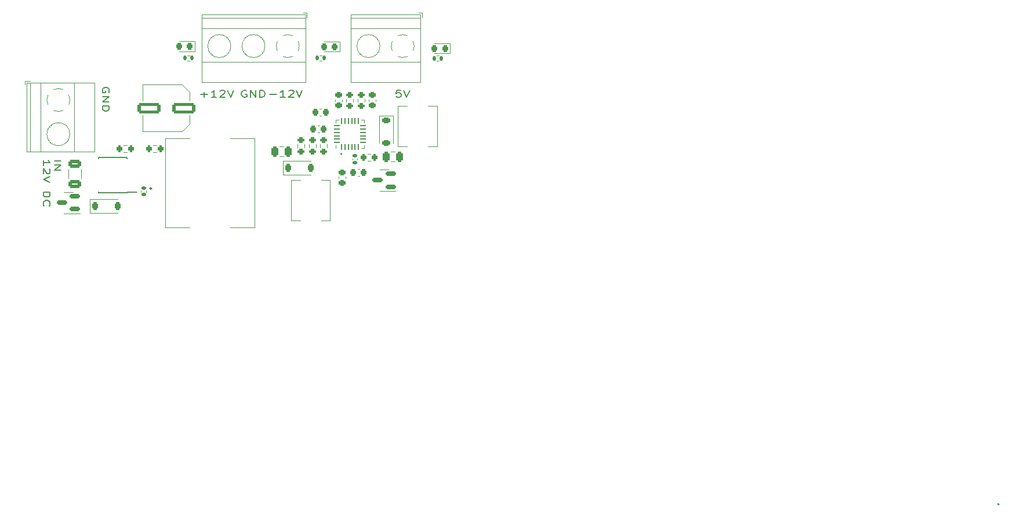
<source format=gto>
G04 #@! TF.GenerationSoftware,KiCad,Pcbnew,7.0.7*
G04 #@! TF.CreationDate,2023-09-29T07:28:47+02:00*
G04 #@! TF.ProjectId,shmoergh-dual-rail-psu,73686d6f-6572-4676-982d-6475616c2d72,rev?*
G04 #@! TF.SameCoordinates,Original*
G04 #@! TF.FileFunction,Legend,Top*
G04 #@! TF.FilePolarity,Positive*
%FSLAX46Y46*%
G04 Gerber Fmt 4.6, Leading zero omitted, Abs format (unit mm)*
G04 Created by KiCad (PCBNEW 7.0.7) date 2023-09-29 07:28:47*
%MOMM*%
%LPD*%
G01*
G04 APERTURE LIST*
G04 Aperture macros list*
%AMRoundRect*
0 Rectangle with rounded corners*
0 $1 Rounding radius*
0 $2 $3 $4 $5 $6 $7 $8 $9 X,Y pos of 4 corners*
0 Add a 4 corners polygon primitive as box body*
4,1,4,$2,$3,$4,$5,$6,$7,$8,$9,$2,$3,0*
0 Add four circle primitives for the rounded corners*
1,1,$1+$1,$2,$3*
1,1,$1+$1,$4,$5*
1,1,$1+$1,$6,$7*
1,1,$1+$1,$8,$9*
0 Add four rect primitives between the rounded corners*
20,1,$1+$1,$2,$3,$4,$5,0*
20,1,$1+$1,$4,$5,$6,$7,0*
20,1,$1+$1,$6,$7,$8,$9,0*
20,1,$1+$1,$8,$9,$2,$3,0*%
G04 Aperture macros list end*
%ADD10C,0.150000*%
%ADD11C,0.202000*%
%ADD12C,0.237639*%
%ADD13C,0.120000*%
%ADD14R,2.600000X2.600000*%
%ADD15C,2.600000*%
%ADD16RoundRect,0.135000X0.135000X0.185000X-0.135000X0.185000X-0.135000X-0.185000X0.135000X-0.185000X0*%
%ADD17RoundRect,0.200000X0.200000X0.275000X-0.200000X0.275000X-0.200000X-0.275000X0.200000X-0.275000X0*%
%ADD18R,5.400000X2.900000*%
%ADD19R,2.500000X1.900000*%
%ADD20RoundRect,0.218750X0.218750X0.256250X-0.218750X0.256250X-0.218750X-0.256250X0.218750X-0.256250X0*%
%ADD21RoundRect,0.200000X-0.275000X0.200000X-0.275000X-0.200000X0.275000X-0.200000X0.275000X0.200000X0*%
%ADD22RoundRect,0.225000X0.250000X-0.225000X0.250000X0.225000X-0.250000X0.225000X-0.250000X-0.225000X0*%
%ADD23RoundRect,0.150000X0.587500X0.150000X-0.587500X0.150000X-0.587500X-0.150000X0.587500X-0.150000X0*%
%ADD24RoundRect,0.250000X0.650000X-0.325000X0.650000X0.325000X-0.650000X0.325000X-0.650000X-0.325000X0*%
%ADD25RoundRect,0.225000X-0.375000X0.225000X-0.375000X-0.225000X0.375000X-0.225000X0.375000X0.225000X0*%
%ADD26RoundRect,0.140000X-0.170000X0.140000X-0.170000X-0.140000X0.170000X-0.140000X0.170000X0.140000X0*%
%ADD27RoundRect,0.200000X0.275000X-0.200000X0.275000X0.200000X-0.275000X0.200000X-0.275000X-0.200000X0*%
%ADD28RoundRect,0.225000X0.225000X0.250000X-0.225000X0.250000X-0.225000X-0.250000X0.225000X-0.250000X0*%
%ADD29RoundRect,0.225000X-0.225000X-0.375000X0.225000X-0.375000X0.225000X0.375000X-0.225000X0.375000X0*%
%ADD30C,0.800000*%
%ADD31C,6.000000*%
%ADD32RoundRect,0.225000X-0.250000X0.225000X-0.250000X-0.225000X0.250000X-0.225000X0.250000X0.225000X0*%
%ADD33RoundRect,0.135000X-0.135000X-0.185000X0.135000X-0.185000X0.135000X0.185000X-0.135000X0.185000X0*%
%ADD34RoundRect,0.062500X0.062500X-0.350000X0.062500X0.350000X-0.062500X0.350000X-0.062500X-0.350000X0*%
%ADD35RoundRect,0.062500X0.350000X-0.062500X0.350000X0.062500X-0.350000X0.062500X-0.350000X-0.062500X0*%
%ADD36R,2.600000X3.100000*%
%ADD37R,1.550000X0.600000*%
%ADD38RoundRect,0.250000X-0.250000X-0.475000X0.250000X-0.475000X0.250000X0.475000X-0.250000X0.475000X0*%
%ADD39RoundRect,0.250000X1.412500X0.550000X-1.412500X0.550000X-1.412500X-0.550000X1.412500X-0.550000X0*%
%ADD40RoundRect,0.250000X0.250000X0.475000X-0.250000X0.475000X-0.250000X-0.475000X0.250000X-0.475000X0*%
G04 APERTURE END LIST*
D10*
X89038255Y-71386819D02*
X88419207Y-71386819D01*
X88419207Y-71386819D02*
X88357303Y-71863009D01*
X88357303Y-71863009D02*
X88419207Y-71815390D01*
X88419207Y-71815390D02*
X88543017Y-71767771D01*
X88543017Y-71767771D02*
X88852541Y-71767771D01*
X88852541Y-71767771D02*
X88976350Y-71815390D01*
X88976350Y-71815390D02*
X89038255Y-71863009D01*
X89038255Y-71863009D02*
X89100160Y-71958247D01*
X89100160Y-71958247D02*
X89100160Y-72196342D01*
X89100160Y-72196342D02*
X89038255Y-72291580D01*
X89038255Y-72291580D02*
X88976350Y-72339200D01*
X88976350Y-72339200D02*
X88852541Y-72386819D01*
X88852541Y-72386819D02*
X88543017Y-72386819D01*
X88543017Y-72386819D02*
X88419207Y-72339200D01*
X88419207Y-72339200D02*
X88357303Y-72291580D01*
X89471588Y-71386819D02*
X89904921Y-72386819D01*
X89904921Y-72386819D02*
X90338255Y-71386819D01*
X46421561Y-71701160D02*
X46469180Y-71577350D01*
X46469180Y-71577350D02*
X46469180Y-71391636D01*
X46469180Y-71391636D02*
X46421561Y-71205922D01*
X46421561Y-71205922D02*
X46326323Y-71082112D01*
X46326323Y-71082112D02*
X46231085Y-71020207D01*
X46231085Y-71020207D02*
X46040609Y-70958303D01*
X46040609Y-70958303D02*
X45897752Y-70958303D01*
X45897752Y-70958303D02*
X45707276Y-71020207D01*
X45707276Y-71020207D02*
X45612038Y-71082112D01*
X45612038Y-71082112D02*
X45516800Y-71205922D01*
X45516800Y-71205922D02*
X45469180Y-71391636D01*
X45469180Y-71391636D02*
X45469180Y-71515445D01*
X45469180Y-71515445D02*
X45516800Y-71701160D01*
X45516800Y-71701160D02*
X45564419Y-71763064D01*
X45564419Y-71763064D02*
X45897752Y-71763064D01*
X45897752Y-71763064D02*
X45897752Y-71515445D01*
X45469180Y-72320207D02*
X46469180Y-72320207D01*
X46469180Y-72320207D02*
X45469180Y-73063064D01*
X45469180Y-73063064D02*
X46469180Y-73063064D01*
X45469180Y-73682112D02*
X46469180Y-73682112D01*
X46469180Y-73682112D02*
X46469180Y-73991636D01*
X46469180Y-73991636D02*
X46421561Y-74177350D01*
X46421561Y-74177350D02*
X46326323Y-74301160D01*
X46326323Y-74301160D02*
X46231085Y-74363065D01*
X46231085Y-74363065D02*
X46040609Y-74424969D01*
X46040609Y-74424969D02*
X45897752Y-74424969D01*
X45897752Y-74424969D02*
X45707276Y-74363065D01*
X45707276Y-74363065D02*
X45612038Y-74301160D01*
X45612038Y-74301160D02*
X45516800Y-74177350D01*
X45516800Y-74177350D02*
X45469180Y-73991636D01*
X45469180Y-73991636D02*
X45469180Y-73682112D01*
X38443180Y-81688207D02*
X39443180Y-81688207D01*
X38443180Y-82307255D02*
X39443180Y-82307255D01*
X39443180Y-82307255D02*
X38443180Y-83050112D01*
X38443180Y-83050112D02*
X39443180Y-83050112D01*
X36833180Y-82369160D02*
X36833180Y-81626303D01*
X36833180Y-81997731D02*
X37833180Y-81997731D01*
X37833180Y-81997731D02*
X37690323Y-81873922D01*
X37690323Y-81873922D02*
X37595085Y-81750112D01*
X37595085Y-81750112D02*
X37547466Y-81626303D01*
X37737942Y-82864398D02*
X37785561Y-82926302D01*
X37785561Y-82926302D02*
X37833180Y-83050112D01*
X37833180Y-83050112D02*
X37833180Y-83359636D01*
X37833180Y-83359636D02*
X37785561Y-83483445D01*
X37785561Y-83483445D02*
X37737942Y-83545350D01*
X37737942Y-83545350D02*
X37642704Y-83607255D01*
X37642704Y-83607255D02*
X37547466Y-83607255D01*
X37547466Y-83607255D02*
X37404609Y-83545350D01*
X37404609Y-83545350D02*
X36833180Y-82802493D01*
X36833180Y-82802493D02*
X36833180Y-83607255D01*
X37833180Y-83978683D02*
X36833180Y-84412016D01*
X36833180Y-84412016D02*
X37833180Y-84845350D01*
X36833180Y-86269159D02*
X37833180Y-86269159D01*
X37833180Y-86269159D02*
X37833180Y-86578683D01*
X37833180Y-86578683D02*
X37785561Y-86764397D01*
X37785561Y-86764397D02*
X37690323Y-86888207D01*
X37690323Y-86888207D02*
X37595085Y-86950112D01*
X37595085Y-86950112D02*
X37404609Y-87012016D01*
X37404609Y-87012016D02*
X37261752Y-87012016D01*
X37261752Y-87012016D02*
X37071276Y-86950112D01*
X37071276Y-86950112D02*
X36976038Y-86888207D01*
X36976038Y-86888207D02*
X36880800Y-86764397D01*
X36880800Y-86764397D02*
X36833180Y-86578683D01*
X36833180Y-86578683D02*
X36833180Y-86269159D01*
X36928419Y-88312016D02*
X36880800Y-88250112D01*
X36880800Y-88250112D02*
X36833180Y-88064397D01*
X36833180Y-88064397D02*
X36833180Y-87940588D01*
X36833180Y-87940588D02*
X36880800Y-87754874D01*
X36880800Y-87754874D02*
X36976038Y-87631064D01*
X36976038Y-87631064D02*
X37071276Y-87569159D01*
X37071276Y-87569159D02*
X37261752Y-87507255D01*
X37261752Y-87507255D02*
X37404609Y-87507255D01*
X37404609Y-87507255D02*
X37595085Y-87569159D01*
X37595085Y-87569159D02*
X37690323Y-87631064D01*
X37690323Y-87631064D02*
X37785561Y-87754874D01*
X37785561Y-87754874D02*
X37833180Y-87940588D01*
X37833180Y-87940588D02*
X37833180Y-88064397D01*
X37833180Y-88064397D02*
X37785561Y-88250112D01*
X37785561Y-88250112D02*
X37737942Y-88312016D01*
X66494160Y-71434438D02*
X66370350Y-71386819D01*
X66370350Y-71386819D02*
X66184636Y-71386819D01*
X66184636Y-71386819D02*
X65998922Y-71434438D01*
X65998922Y-71434438D02*
X65875112Y-71529676D01*
X65875112Y-71529676D02*
X65813207Y-71624914D01*
X65813207Y-71624914D02*
X65751303Y-71815390D01*
X65751303Y-71815390D02*
X65751303Y-71958247D01*
X65751303Y-71958247D02*
X65813207Y-72148723D01*
X65813207Y-72148723D02*
X65875112Y-72243961D01*
X65875112Y-72243961D02*
X65998922Y-72339200D01*
X65998922Y-72339200D02*
X66184636Y-72386819D01*
X66184636Y-72386819D02*
X66308445Y-72386819D01*
X66308445Y-72386819D02*
X66494160Y-72339200D01*
X66494160Y-72339200D02*
X66556064Y-72291580D01*
X66556064Y-72291580D02*
X66556064Y-71958247D01*
X66556064Y-71958247D02*
X66308445Y-71958247D01*
X67113207Y-72386819D02*
X67113207Y-71386819D01*
X67113207Y-71386819D02*
X67856064Y-72386819D01*
X67856064Y-72386819D02*
X67856064Y-71386819D01*
X68475112Y-72386819D02*
X68475112Y-71386819D01*
X68475112Y-71386819D02*
X68784636Y-71386819D01*
X68784636Y-71386819D02*
X68970350Y-71434438D01*
X68970350Y-71434438D02*
X69094160Y-71529676D01*
X69094160Y-71529676D02*
X69156065Y-71624914D01*
X69156065Y-71624914D02*
X69217969Y-71815390D01*
X69217969Y-71815390D02*
X69217969Y-71958247D01*
X69217969Y-71958247D02*
X69156065Y-72148723D01*
X69156065Y-72148723D02*
X69094160Y-72243961D01*
X69094160Y-72243961D02*
X68970350Y-72339200D01*
X68970350Y-72339200D02*
X68784636Y-72386819D01*
X68784636Y-72386819D02*
X68475112Y-72386819D01*
X69877207Y-72005866D02*
X70867684Y-72005866D01*
X72167684Y-72386819D02*
X71424827Y-72386819D01*
X71796255Y-72386819D02*
X71796255Y-71386819D01*
X71796255Y-71386819D02*
X71672446Y-71529676D01*
X71672446Y-71529676D02*
X71548636Y-71624914D01*
X71548636Y-71624914D02*
X71424827Y-71672533D01*
X72662922Y-71482057D02*
X72724826Y-71434438D01*
X72724826Y-71434438D02*
X72848636Y-71386819D01*
X72848636Y-71386819D02*
X73158160Y-71386819D01*
X73158160Y-71386819D02*
X73281969Y-71434438D01*
X73281969Y-71434438D02*
X73343874Y-71482057D01*
X73343874Y-71482057D02*
X73405779Y-71577295D01*
X73405779Y-71577295D02*
X73405779Y-71672533D01*
X73405779Y-71672533D02*
X73343874Y-71815390D01*
X73343874Y-71815390D02*
X72601017Y-72386819D01*
X72601017Y-72386819D02*
X73405779Y-72386819D01*
X73777207Y-71386819D02*
X74210540Y-72386819D01*
X74210540Y-72386819D02*
X74643874Y-71386819D01*
X59844207Y-72005866D02*
X60834684Y-72005866D01*
X60339445Y-72386819D02*
X60339445Y-71624914D01*
X62134684Y-72386819D02*
X61391827Y-72386819D01*
X61763255Y-72386819D02*
X61763255Y-71386819D01*
X61763255Y-71386819D02*
X61639446Y-71529676D01*
X61639446Y-71529676D02*
X61515636Y-71624914D01*
X61515636Y-71624914D02*
X61391827Y-71672533D01*
X62629922Y-71482057D02*
X62691826Y-71434438D01*
X62691826Y-71434438D02*
X62815636Y-71386819D01*
X62815636Y-71386819D02*
X63125160Y-71386819D01*
X63125160Y-71386819D02*
X63248969Y-71434438D01*
X63248969Y-71434438D02*
X63310874Y-71482057D01*
X63310874Y-71482057D02*
X63372779Y-71577295D01*
X63372779Y-71577295D02*
X63372779Y-71672533D01*
X63372779Y-71672533D02*
X63310874Y-71815390D01*
X63310874Y-71815390D02*
X62568017Y-72386819D01*
X62568017Y-72386819D02*
X63372779Y-72386819D01*
X63744207Y-71386819D02*
X64177540Y-72386819D01*
X64177540Y-72386819D02*
X64610874Y-71386819D01*
D11*
X176377000Y-131953000D02*
G75*
G03*
X176377000Y-131953000I-101000J0D01*
G01*
D12*
X52646019Y-85725000D02*
G75*
G03*
X52646019Y-85725000I-118819J0D01*
G01*
D10*
X80437442Y-80695800D02*
G75*
G03*
X80437442Y-80695800I-71842J0D01*
G01*
D13*
X75340402Y-60762400D02*
X75340402Y-60022400D01*
X75340402Y-60022400D02*
X74840402Y-60022400D01*
X75100402Y-70183400D02*
X75100402Y-60262400D01*
X75100402Y-70183400D02*
X59980402Y-70183400D01*
X75100402Y-67223400D02*
X59980402Y-67223400D01*
X75100402Y-62322400D02*
X59980402Y-62322400D01*
X75100402Y-60822400D02*
X59980402Y-60822400D01*
X75100402Y-60262400D02*
X59980402Y-60262400D01*
X68767402Y-63899400D02*
X68814402Y-63853400D01*
X68574402Y-63683400D02*
X68609402Y-63648400D01*
X66470402Y-66197400D02*
X66505402Y-66161400D01*
X66265402Y-65991400D02*
X66312402Y-65945400D01*
X63767402Y-63899400D02*
X63814402Y-63853400D01*
X63574402Y-63683400D02*
X63609402Y-63648400D01*
X61470402Y-66197400D02*
X61505402Y-66161400D01*
X61265402Y-65991400D02*
X61312402Y-65945400D01*
X59980402Y-70183400D02*
X59980402Y-60262400D01*
X74075401Y-65606399D02*
G75*
G03*
X74075828Y-64239358I-1534992J684000D01*
G01*
X71856403Y-66457399D02*
G75*
G03*
X73223444Y-66457826I684000J1534992D01*
G01*
X73224402Y-63387401D02*
G75*
G03*
X72511597Y-63242148I-683999J-1535000D01*
G01*
X72540402Y-63242401D02*
G75*
G03*
X71857084Y-63387645I0J-1679999D01*
G01*
X71005402Y-64238400D02*
G75*
G03*
X71004976Y-65605442I1535000J-684000D01*
G01*
X69220402Y-64922400D02*
G75*
G03*
X69220402Y-64922400I-1680000J0D01*
G01*
X64220402Y-64922400D02*
G75*
G03*
X64220402Y-64922400I-1680000J0D01*
G01*
X58190641Y-66295000D02*
X57883359Y-66295000D01*
X58190641Y-67055000D02*
X57883359Y-67055000D01*
X49056058Y-79434100D02*
X48581542Y-79434100D01*
X49056058Y-80479100D02*
X48581542Y-80479100D01*
X67647800Y-78399600D02*
X64097800Y-78399600D01*
X54627800Y-78399600D02*
X58177800Y-78399600D01*
X67647800Y-91419600D02*
X67647800Y-78399600D01*
X67647800Y-91419600D02*
X64097800Y-91419600D01*
X54627800Y-91419600D02*
X54627800Y-78399600D01*
X54627800Y-91419600D02*
X58177800Y-91419600D01*
X73013100Y-90403800D02*
X74363100Y-90403800D01*
X73013100Y-90403800D02*
X73013100Y-84483800D01*
X78733100Y-90403800D02*
X77383100Y-90403800D01*
X78733100Y-90403800D02*
X78733100Y-84483800D01*
X73013100Y-84483800D02*
X74363100Y-84483800D01*
X78733100Y-84483800D02*
X77383100Y-84483800D01*
X80098000Y-65735750D02*
X80098000Y-64265750D01*
X80098000Y-64265750D02*
X77813000Y-64265750D01*
X77813000Y-65735750D02*
X80098000Y-65735750D01*
X82110600Y-72619542D02*
X82110600Y-73094058D01*
X81065600Y-72619542D02*
X81065600Y-73094058D01*
X79427100Y-72997380D02*
X79427100Y-72716220D01*
X80447100Y-72997380D02*
X80447100Y-72716220D01*
X86607100Y-86106400D02*
X88282100Y-86106400D01*
X86607100Y-86106400D02*
X85957100Y-86106400D01*
X86607100Y-82986400D02*
X87257100Y-82986400D01*
X86607100Y-82986400D02*
X85957100Y-82986400D01*
X96227000Y-66013000D02*
X96227000Y-64543000D01*
X96227000Y-64543000D02*
X93942000Y-64543000D01*
X93942000Y-66013000D02*
X96227000Y-66013000D01*
X42362800Y-84301852D02*
X42362800Y-82879348D01*
X40542800Y-84301852D02*
X40542800Y-82879348D01*
X87922100Y-75084600D02*
X85922100Y-75084600D01*
X87922100Y-75084600D02*
X87922100Y-79094600D01*
X85922100Y-75084600D02*
X85922100Y-79094600D01*
X82681400Y-81349964D02*
X82681400Y-81565636D01*
X81961400Y-81349964D02*
X81961400Y-81565636D01*
X78300600Y-79287542D02*
X78300600Y-79762058D01*
X77255600Y-79287542D02*
X77255600Y-79762058D01*
X75604600Y-79762058D02*
X75604600Y-79287542D01*
X76649600Y-79762058D02*
X76649600Y-79287542D01*
X79935100Y-84300380D02*
X79935100Y-84019220D01*
X80955100Y-84300380D02*
X80955100Y-84019220D01*
X83011680Y-83907800D02*
X82730520Y-83907800D01*
X83011680Y-82887800D02*
X82730520Y-82887800D01*
X73953600Y-79761058D02*
X73953600Y-79286542D01*
X74998600Y-79761058D02*
X74998600Y-79286542D01*
X40719800Y-77811000D02*
G75*
G03*
X40719800Y-77811000I-1680000J0D01*
G01*
X38355800Y-74346000D02*
G75*
G03*
X39722842Y-74346426I684000J1535000D01*
G01*
X37359801Y-72811000D02*
G75*
G03*
X37505045Y-73494318I1679999J0D01*
G01*
X37504801Y-72127000D02*
G75*
G03*
X37359548Y-72839805I1535000J-683999D01*
G01*
X40574799Y-73494999D02*
G75*
G03*
X40575226Y-72127958I-1534992J684000D01*
G01*
X39723799Y-71276001D02*
G75*
G03*
X38356758Y-71275574I-684000J-1534992D01*
G01*
X44300800Y-80371000D02*
X34379800Y-80371000D01*
X40108800Y-79086000D02*
X40062800Y-79039000D01*
X40314800Y-78881000D02*
X40278800Y-78846000D01*
X37800800Y-76777000D02*
X37765800Y-76742000D01*
X38016800Y-76584000D02*
X37970800Y-76537000D01*
X34379800Y-70251000D02*
X34379800Y-80371000D01*
X34939800Y-70251000D02*
X34939800Y-80371000D01*
X36439800Y-70251000D02*
X36439800Y-80371000D01*
X41340800Y-70251000D02*
X41340800Y-80371000D01*
X44300800Y-70251000D02*
X44300800Y-80371000D01*
X44300800Y-70251000D02*
X34379800Y-70251000D01*
X34139800Y-70011000D02*
X34139800Y-70511000D01*
X34879800Y-70011000D02*
X34139800Y-70011000D01*
X43664800Y-89338600D02*
X47674800Y-89338600D01*
X43664800Y-87338600D02*
X47674800Y-87338600D01*
X43664800Y-87338600D02*
X43664800Y-89338600D01*
X51125800Y-86071764D02*
X51125800Y-86287436D01*
X51845800Y-86071764D02*
X51845800Y-86287436D01*
X85995202Y-64922400D02*
G75*
G03*
X85995202Y-64922400I-1680000J0D01*
G01*
X87780202Y-64238400D02*
G75*
G03*
X87779776Y-65605442I1535000J-684000D01*
G01*
X89315202Y-63242401D02*
G75*
G03*
X88631884Y-63387645I0J-1679999D01*
G01*
X89999202Y-63387401D02*
G75*
G03*
X89286397Y-63242148I-683999J-1535000D01*
G01*
X88631203Y-66457399D02*
G75*
G03*
X89998244Y-66457826I684000J1534992D01*
G01*
X90850201Y-65606399D02*
G75*
G03*
X90850628Y-64239358I-1534992J684000D01*
G01*
X81755202Y-70183400D02*
X81755202Y-60262400D01*
X83040202Y-65991400D02*
X83087202Y-65945400D01*
X83245202Y-66197400D02*
X83280202Y-66161400D01*
X85349202Y-63683400D02*
X85384202Y-63648400D01*
X85542202Y-63899400D02*
X85589202Y-63853400D01*
X91875202Y-60262400D02*
X81755202Y-60262400D01*
X91875202Y-60822400D02*
X81755202Y-60822400D01*
X91875202Y-62322400D02*
X81755202Y-62322400D01*
X91875202Y-67223400D02*
X81755202Y-67223400D01*
X91875202Y-70183400D02*
X81755202Y-70183400D01*
X91875202Y-70183400D02*
X91875202Y-60262400D01*
X92115202Y-60022400D02*
X91615202Y-60022400D01*
X92115202Y-60762400D02*
X92115202Y-60022400D01*
X85400100Y-72716220D02*
X85400100Y-72997380D01*
X84380100Y-72716220D02*
X84380100Y-72997380D01*
X77169680Y-77557800D02*
X76888520Y-77557800D01*
X77169680Y-76537800D02*
X76888520Y-76537800D01*
X40510700Y-86273200D02*
X39860700Y-86273200D01*
X40510700Y-86273200D02*
X41160700Y-86273200D01*
X40510700Y-89393200D02*
X39860700Y-89393200D01*
X40510700Y-89393200D02*
X42185700Y-89393200D01*
X56649002Y-65690200D02*
X58934002Y-65690200D01*
X58934002Y-64220200D02*
X56649002Y-64220200D01*
X58934002Y-65690200D02*
X58934002Y-64220200D01*
X77163959Y-66297150D02*
X77471241Y-66297150D01*
X77163959Y-67057150D02*
X77471241Y-67057150D01*
X83730600Y-79899800D02*
X83255600Y-79899800D01*
X79510600Y-79424800D02*
X79510600Y-79899800D01*
X83730600Y-79424800D02*
X83730600Y-79899800D01*
X79510600Y-76154800D02*
X79510600Y-75679800D01*
X83730600Y-76154800D02*
X83730600Y-75679800D01*
X79510600Y-75679800D02*
X79985600Y-75679800D01*
X83730600Y-75679800D02*
X83255600Y-75679800D01*
X53374058Y-79434100D02*
X52899542Y-79434100D01*
X53374058Y-80479100D02*
X52899542Y-80479100D01*
D10*
X44930800Y-81226600D02*
X44930800Y-81371600D01*
X44930800Y-86376600D02*
X44930800Y-86231600D01*
X49080800Y-81226600D02*
X44930800Y-81226600D01*
X49080800Y-81226600D02*
X49080800Y-81371600D01*
X49080800Y-86326600D02*
X50480800Y-86326600D01*
X49080800Y-86376600D02*
X44930800Y-86376600D01*
X49080800Y-86376600D02*
X49080800Y-86326600D01*
D13*
X71861100Y-81762800D02*
X71861100Y-83762800D01*
X71861100Y-81762800D02*
X75871100Y-81762800D01*
X71861100Y-83762800D02*
X75871100Y-83762800D01*
X94354100Y-73706800D02*
X93004100Y-73706800D01*
X94354100Y-73706800D02*
X94354100Y-79626800D01*
X88634100Y-73706800D02*
X89984100Y-73706800D01*
X88634100Y-73706800D02*
X88634100Y-79626800D01*
X94354100Y-79626800D02*
X93004100Y-79626800D01*
X88634100Y-79626800D02*
X89984100Y-79626800D01*
X83761600Y-72619542D02*
X83761600Y-73094058D01*
X82716600Y-72619542D02*
X82716600Y-73094058D01*
X94616241Y-67105800D02*
X94308959Y-67105800D01*
X94616241Y-66345800D02*
X94308959Y-66345800D01*
X77458180Y-75135200D02*
X77177020Y-75135200D01*
X77458180Y-74115200D02*
X77177020Y-74115200D01*
X87622748Y-80367200D02*
X88145252Y-80367200D01*
X87622748Y-81837200D02*
X88145252Y-81837200D01*
X51377800Y-70577600D02*
X51377800Y-72927600D01*
X51377800Y-77397600D02*
X51377800Y-75047600D01*
X57133363Y-70577600D02*
X51377800Y-70577600D01*
X57133363Y-77397600D02*
X51377800Y-77397600D01*
X58197800Y-71642037D02*
X57133363Y-70577600D01*
X58197800Y-71642037D02*
X58197800Y-72927600D01*
X58197800Y-76333163D02*
X57133363Y-77397600D01*
X58197800Y-76333163D02*
X58197800Y-75047600D01*
X84641458Y-81761300D02*
X84166942Y-81761300D01*
X84641458Y-80716300D02*
X84166942Y-80716300D01*
X71882352Y-81084800D02*
X71359848Y-81084800D01*
X71882352Y-79614800D02*
X71359848Y-79614800D01*
%LPC*%
D14*
X72540402Y-64922400D03*
D15*
X67540402Y-64922400D03*
X62540402Y-64922400D03*
D16*
X57527000Y-66675000D03*
X58547000Y-66675000D03*
D17*
X47993800Y-79956600D03*
X49643800Y-79956600D03*
D18*
X61137800Y-79959600D03*
X61137800Y-89859600D03*
D19*
X75873100Y-89493800D03*
X75873100Y-85393800D03*
D20*
X79400500Y-65000750D03*
X77825500Y-65000750D03*
D21*
X81588100Y-72031800D03*
X81588100Y-73681800D03*
D22*
X79937100Y-73631800D03*
X79937100Y-72081800D03*
D23*
X87544600Y-85496400D03*
X87544600Y-83596400D03*
X85669600Y-84546400D03*
D20*
X95529500Y-65278000D03*
X93954500Y-65278000D03*
D24*
X41452800Y-82115600D03*
X41452800Y-85065600D03*
D25*
X86922100Y-75794600D03*
X86922100Y-79094600D03*
D26*
X82321400Y-80977800D03*
X82321400Y-81937800D03*
D21*
X77778100Y-78699800D03*
X77778100Y-80349800D03*
D27*
X76127100Y-80349800D03*
X76127100Y-78699800D03*
D22*
X80445100Y-84934800D03*
X80445100Y-83384800D03*
D28*
X83646100Y-83397800D03*
X82096100Y-83397800D03*
D27*
X74476100Y-80348800D03*
X74476100Y-78698800D03*
D15*
X39039800Y-77811000D03*
D14*
X39039800Y-72811000D03*
D29*
X47674800Y-88338600D03*
X44374800Y-88338600D03*
D26*
X51485800Y-86659600D03*
X51485800Y-85699600D03*
D15*
X84315202Y-64922400D03*
D14*
X89315202Y-64922400D03*
D30*
X41807010Y-65592010D03*
X41148000Y-67183000D03*
X41148000Y-64001020D03*
X39557010Y-67842010D03*
D31*
X39557010Y-65592010D03*
D30*
X39557010Y-63342010D03*
X37966020Y-67183000D03*
X37966020Y-64001020D03*
X37307010Y-65592010D03*
D32*
X84890100Y-72081800D03*
X84890100Y-73631800D03*
D28*
X77804100Y-77047800D03*
X76254100Y-77047800D03*
D23*
X39573200Y-87833200D03*
X41448200Y-86883200D03*
X41448200Y-88783200D03*
D20*
X56661502Y-64955200D03*
X58236502Y-64955200D03*
D33*
X76807600Y-66677150D03*
X77827600Y-66677150D03*
D34*
X80370600Y-79727300D03*
X80870600Y-79727300D03*
X81370600Y-79727300D03*
X81870600Y-79727300D03*
X82370600Y-79727300D03*
X82870600Y-79727300D03*
D35*
X83558100Y-79039800D03*
X83558100Y-78539800D03*
X83558100Y-78039800D03*
X83558100Y-77539800D03*
X83558100Y-77039800D03*
X83558100Y-76539800D03*
D34*
X82870600Y-75852300D03*
X82370600Y-75852300D03*
X81870600Y-75852300D03*
X81370600Y-75852300D03*
X80870600Y-75852300D03*
X80370600Y-75852300D03*
D35*
X79683100Y-76539800D03*
X79683100Y-77039800D03*
X79683100Y-77539800D03*
X79683100Y-78039800D03*
X79683100Y-78539800D03*
X79683100Y-79039800D03*
D14*
X81620600Y-77789800D03*
D17*
X52311800Y-79956600D03*
X53961800Y-79956600D03*
D36*
X47005800Y-83801600D03*
D37*
X44305800Y-85706600D03*
X44305800Y-84436600D03*
X44305800Y-83166600D03*
X44305800Y-81896600D03*
X49705800Y-81896600D03*
X49705800Y-83166600D03*
X49705800Y-84436600D03*
X49705800Y-85706600D03*
D29*
X72571100Y-82762800D03*
X75871100Y-82762800D03*
D19*
X91494100Y-74616800D03*
X91494100Y-78716800D03*
D21*
X83239100Y-72031800D03*
X83239100Y-73681800D03*
D16*
X94972600Y-66725800D03*
X93952600Y-66725800D03*
D28*
X78092600Y-74625200D03*
X76542600Y-74625200D03*
D38*
X86934000Y-81102200D03*
X88834000Y-81102200D03*
D39*
X52250300Y-73987600D03*
X57325300Y-73987600D03*
D30*
X92274000Y-91440000D03*
X92933010Y-89849010D03*
X92933010Y-93030990D03*
X94524000Y-89190000D03*
D31*
X94524000Y-91440000D03*
D30*
X94524000Y-93690000D03*
X96114990Y-89849010D03*
X96114990Y-93030990D03*
X96774000Y-91440000D03*
D17*
X85229200Y-81238800D03*
X83579200Y-81238800D03*
D40*
X72571100Y-80349800D03*
X70671100Y-80349800D03*
%LPD*%
M02*

</source>
